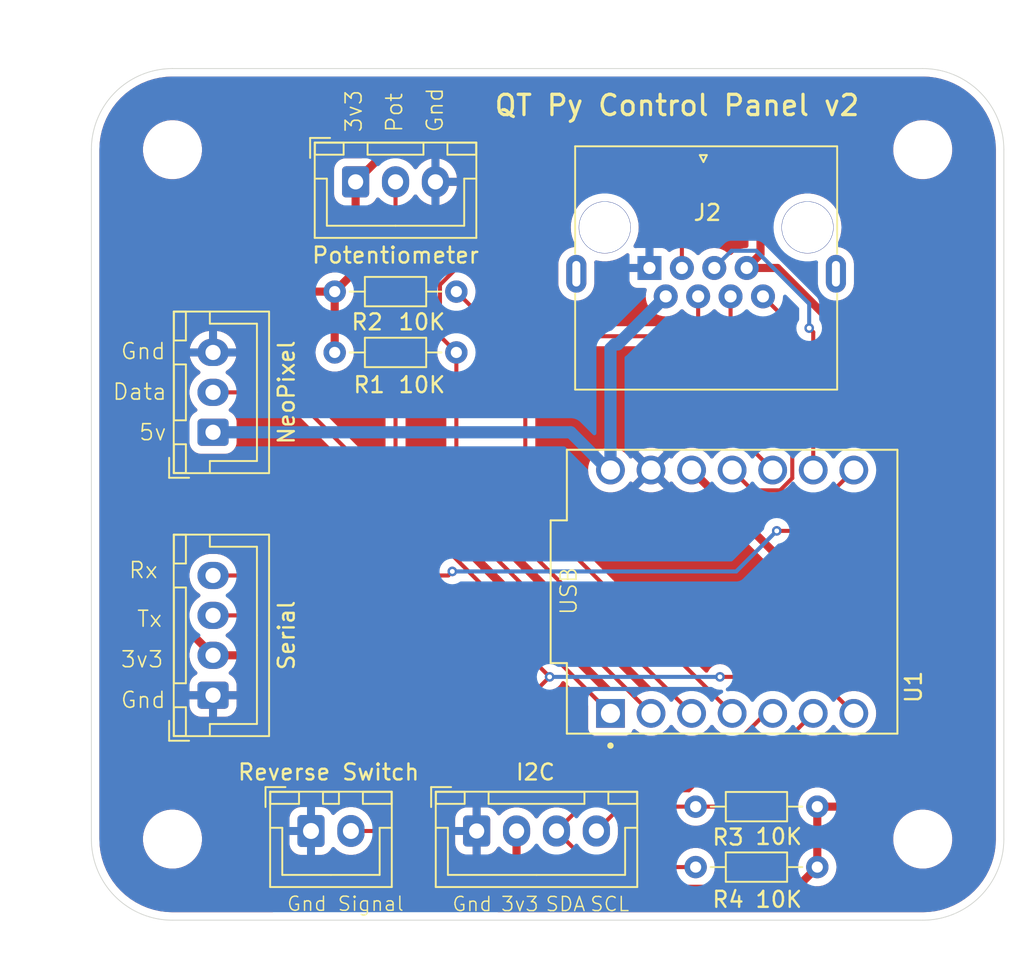
<source format=kicad_pcb>
(kicad_pcb (version 20240108) (generator "pcbnew") (generator_version "8.0")
  (layers (0 "F.Cu" signal) (31 "B.Cu" signal) (34 "B.Paste" user) (35 "F.Paste" user) (36 "B.SilkS" user "B.Silkscreen") (37 "F.SilkS" user "F.Silkscreen") (38 "B.Mask" user) (39 "F.Mask" user) (44 "Edge.Cuts" user))
  (net 0 "")
  (net 1 "Distance_Pot")
  (net 2 "GND")
  (net 3 "+3V3")
  (net 4 "+5V")
  (net 5 "JoyX")
  (net 6 "TX_REVERSE")
  (net 7 "RX")
  (net 8 "SCL")
  (net 9 "SDA")
  (net 10 "NeoPixel_Data")
  (net 11 "Sound1")
  (net 12 "ActiveSignal")
  (net 13 "JoyY")
  (net 14 "Sound2")
  (footprint "Connector_JST:JST_XH_B3B-XH-A_1x03_P2.50mm_Vertical" (layer "F.Cu") (at 143.51 93.9 90)
    (property "Reference" "J3" (hide yes))
    (property "Value" "NeoPixel" (at 2.5 4.6 90) (layer "F.SilkS"))
    (fp_line (start -1.6 -2.75) (end -2.85 -2.75) (stroke (width 0.12)) (layer "F.SilkS"))
    (fp_line (start -2.85 -2.75) (end -2.85 -1.5) (stroke (width 0.12)) (layer "F.SilkS"))
    (fp_line (start 7.56 -2.46) (end -2.56 -2.46) (stroke (width 0.12)) (layer "F.SilkS"))
    (fp_line (start -2.56 -2.46) (end -2.56 3.51) (stroke (width 0.12)) (layer "F.SilkS"))
    (fp_line (start 7.55 -2.45) (end 5.75 -2.45) (stroke (width 0.12)) (layer "F.SilkS"))
    (fp_line (start 5.75 -2.45) (end 5.75 -1.7) (stroke (width 0.12)) (layer "F.SilkS"))
    (fp_line (start 4.25 -2.45) (end 0.75 -2.45) (stroke (width 0.12)) (layer "F.SilkS"))
    (fp_line (start 0.75 -2.45) (end 0.75 -1.7) (stroke (width 0.12)) (layer "F.SilkS"))
    (fp_line (start -0.75 -2.45) (end -2.55 -2.45) (stroke (width 0.12)) (layer "F.SilkS"))
    (fp_line (start -2.55 -2.45) (end -2.55 -1.7) (stroke (width 0.12)) (layer "F.SilkS"))
    (fp_line (start 7.55 -1.7) (end 7.55 -2.45) (stroke (width 0.12)) (layer "F.SilkS"))
    (fp_line (start 5.75 -1.7) (end 7.55 -1.7) (stroke (width 0.12)) (layer "F.SilkS"))
    (fp_line (start 4.25 -1.7) (end 4.25 -2.45) (stroke (width 0.12)) (layer "F.SilkS"))
    (fp_line (start 0.75 -1.7) (end 4.25 -1.7) (stroke (width 0.12)) (layer "F.SilkS"))
    (fp_line (start -0.75 -1.7) (end -0.75 -2.45) (stroke (width 0.12)) (layer "F.SilkS"))
    (fp_line (start -2.55 -1.7) (end -0.75 -1.7) (stroke (width 0.12)) (layer "F.SilkS"))
    (fp_line (start 7.55 -0.2) (end 6.8 -0.2) (stroke (width 0.12)) (layer "F.SilkS"))
    (fp_line (start 6.8 -0.2) (end 6.8 2.75) (stroke (width 0.12)) (layer "F.SilkS"))
    (fp_line (start -1.8 -0.2) (end -1.8 2.75) (stroke (width 0.12)) (layer "F.SilkS"))
    (fp_line (start -2.55 -0.2) (end -1.8 -0.2) (stroke (width 0.12)) (layer "F.SilkS"))
    (fp_line (start 6.8 2.75) (end 2.5 2.75) (stroke (width 0.12)) (layer "F.SilkS"))
    (fp_line (start -1.8 2.75) (end 2.5 2.75) (stroke (width 0.12)) (layer "F.SilkS"))
    (fp_line (start 7.56 3.51) (end 7.56 -2.46) (stroke (width 0.12)) (layer "F.SilkS"))
    (fp_line (start -2.56 3.51) (end 7.56 3.51) (stroke (width 0.12)) (layer "F.SilkS"))
    (pad "1" thru_hole roundrect (at 0 0 90) (size 1.7 1.95) (drill 0.95) (layers "*.Cu" "*.Mask") (roundrect_rratio 0.147059) (net 4 "+5V"))
    (pad "2" thru_hole oval (at 2.5 0 90) (size 1.7 1.95) (drill 0.95) (layers "*.Cu" "*.Mask") (net 10 "NeoPixel_Data"))
    (pad "3" thru_hole oval (at 5 0 90) (size 1.7 1.95) (drill 0.95) (layers "*.Cu" "*.Mask") (net 2 "GND"))
  )
  (footprint "Footprints:MODULE_ADAFRUIT_QT_PY" (layer "F.Cu") (at 176.022 103.886 90)
    (property "Reference" "U1" (at -5.965 11.3636 90) (layer "F.SilkS"))
    (property "Value" "ADAFRUIT_QT_PY")
    (fp_line (start 4.47 -11.3665) (end 4.47 -10.3505) (stroke (width 0.127)) (layer "F.SilkS"))
    (fp_line (start -4.47 -11.3665) (end 4.47 -11.3665) (stroke (width 0.127)) (layer "F.SilkS"))
    (fp_line (start 8.89 -10.3505) (end 4.47 -10.3505) (stroke (width 0.127)) (layer "F.SilkS"))
    (fp_line (start -4.47 -10.3505) (end -4.47 -11.3665) (stroke (width 0.127)) (layer "F.SilkS"))
    (fp_line (start -4.47 -10.3505) (end -8.89 -10.3505) (stroke (width 0.127)) (layer "F.SilkS"))
    (fp_line (start -8.89 -10.3505) (end -8.89 10.3505) (stroke (width 0.127)) (layer "F.SilkS"))
    (fp_line (start 8.89 10.3505) (end 8.89 -10.3505) (stroke (width 0.127)) (layer "F.SilkS"))
    (fp_line (start -8.89 10.3505) (end 8.89 10.3505) (stroke (width 0.127)) (layer "F.SilkS"))
    (fp_circle (center -9.64 -7.62) (end -9.54 -7.62) (stroke (width 0.2)) (fill none) (layer "F.SilkS"))
    (pad "1" thru_hole rect (at -7.62 -7.62 90) (size 1.8 1.8) (drill 1.2) (layers "*.Cu" "*.Mask") (net 10 "NeoPixel_Data"))
    (pad "2" thru_hole circle (at -7.62 -5.08 90) (size 1.8 1.8) (drill 1.2) (layers "*.Cu" "*.Mask") (net 1 "Distance_Pot"))
    (pad "3" thru_hole circle (at -7.62 -2.54 90) (size 1.8 1.8) (drill 1.2) (layers "*.Cu" "*.Mask") (net 11 "Sound1"))
    (pad "4" thru_hole circle (at -7.62 0 90) (size 1.8 1.8) (drill 1.2) (layers "*.Cu" "*.Mask") (net 14 "Sound2"))
    (pad "5" thru_hole circle (at -7.62 2.54 90) (size 1.8 1.8) (drill 1.2) (layers "*.Cu" "*.Mask") (net 9 "SDA"))
    (pad "6" thru_hole circle (at -7.62 5.08 90) (size 1.8 1.8) (drill 1.2) (layers "*.Cu" "*.Mask") (net 8 "SCL"))
    (pad "7" thru_hole circle (at -7.62 7.62 90) (size 1.8 1.8) (drill 1.2) (layers "*.Cu" "*.Mask") (net 6 "TX_REVERSE"))
    (pad "8" thru_hole circle (at 7.62 7.62 90) (size 1.8 1.8) (drill 1.2) (layers "*.Cu" "*.Mask") (net 7 "RX"))
    (pad "9" thru_hole circle (at 7.62 5.08 90) (size 1.8 1.8) (drill 1.2) (layers "*.Cu" "*.Mask") (net 5 "JoyX"))
    (pad "10" thru_hole circle (at 7.62 2.54 90) (size 1.8 1.8) (drill 1.2) (layers "*.Cu" "*.Mask") (net 13 "JoyY"))
    (pad "11" thru_hole circle (at 7.62 0 90) (size 1.8 1.8) (drill 1.2) (layers "*.Cu" "*.Mask") (net 12 "ActiveSignal"))
    (pad "12" thru_hole circle (at 7.62 -2.54 90) (size 1.8 1.8) (drill 1.2) (layers "*.Cu" "*.Mask") (net 3 "+3V3"))
    (pad "13" thru_hole circle (at 7.62 -5.08 90) (size 1.8 1.8) (drill 1.2) (layers "*.Cu" "*.Mask") (net 2 "GND"))
    (pad "14" thru_hole circle (at 7.62 -7.62 90) (size 1.8 1.8) (drill 1.2) (layers "*.Cu" "*.Mask") (net 4 "+5V"))
  )
  (footprint "MountingHole:MountingHole_3.2mm_M3" (layer "F.Cu") (at 187.96 119.38)
    (property "Reference" "H4" (hide yes))
    (property "Value" "MountingHole")
    (pad "" np_thru_hole circle (at 0 0) (size 3.2 3.2) (drill 3.2) (layers "*.Cu" "*.Mask"))
  )
  (footprint "Resistor_THT:R_Axial_DIN0204_L3.6mm_D1.6mm_P7.62mm_Horizontal" (layer "F.Cu") (at 181.356 117.348 180)
    (property "Reference" "R3" (at 5.588 -1.92 0) (layer "F.SilkS"))
    (property "Value" "10K" (at 2.413 -1.88 0) (layer "F.SilkS"))
    (fp_line (start 6.68 0) (end 5.73 0) (stroke (width 0.12)) (layer "F.SilkS"))
    (fp_line (start 5.73 0.92) (end 5.73 -0.92) (stroke (width 0.12)) (layer "F.SilkS"))
    (fp_line (start 5.73 -0.92) (end 1.89 -0.92) (stroke (width 0.12)) (layer "F.SilkS"))
    (fp_line (start 1.89 0.92) (end 5.73 0.92) (stroke (width 0.12)) (layer "F.SilkS"))
    (fp_line (start 1.89 -0.92) (end 1.89 0.92) (stroke (width 0.12)) (layer "F.SilkS"))
    (fp_line (start 0.94 0) (end 1.89 0) (stroke (width 0.12)) (layer "F.SilkS"))
    (pad "1" thru_hole circle (at 0 0 180) (size 1.4 1.4) (drill 0.7) (layers "*.Cu" "*.Mask") (net 3 "+3V3"))
    (pad "2" thru_hole oval (at 7.62 0 180) (size 1.4 1.4) (drill 0.7) (layers "*.Cu" "*.Mask") (net 8 "SCL"))
  )
  (footprint "Resistor_THT:R_Axial_DIN0204_L3.6mm_D1.6mm_P7.62mm_Horizontal" (layer "F.Cu") (at 181.356 121.133 180)
    (property "Reference" "R4" (at 5.588 -2.032 0) (layer "F.SilkS"))
    (property "Value" "10K" (at 2.413 -2.032 0) (layer "F.SilkS"))
    (fp_line (start 6.68 0) (end 5.73 0) (stroke (width 0.12)) (layer "F.SilkS"))
    (fp_line (start 5.73 0.92) (end 5.73 -0.92) (stroke (width 0.12)) (layer "F.SilkS"))
    (fp_line (start 5.73 -0.92) (end 1.89 -0.92) (stroke (width 0.12)) (layer "F.SilkS"))
    (fp_line (start 1.89 0.92) (end 5.73 0.92) (stroke (width 0.12)) (layer "F.SilkS"))
    (fp_line (start 1.89 -0.92) (end 1.89 0.92) (stroke (width 0.12)) (layer "F.SilkS"))
    (fp_line (start 0.94 0) (end 1.89 0) (stroke (width 0.12)) (layer "F.SilkS"))
    (pad "1" thru_hole circle (at 0 0 180) (size 1.4 1.4) (drill 0.7) (layers "*.Cu" "*.Mask") (net 3 "+3V3"))
    (pad "2" thru_hole oval (at 7.62 0 180) (size 1.4 1.4) (drill 0.7) (layers "*.Cu" "*.Mask") (net 9 "SDA"))
  )
  (footprint "MountingHole:MountingHole_3.2mm_M3" (layer "F.Cu") (at 140.97 76.2)
    (property "Reference" "H1" (hide yes))
    (property "Value" "MountingHole")
    (pad "" np_thru_hole circle (at 0 0) (size 3.2 3.2) (drill 3.2) (layers "*.Cu" "*.Mask"))
  )
  (footprint "Connector_JST:JST_XH_B4B-XH-A_1x04_P2.50mm_Vertical" (layer "F.Cu") (at 143.51 110.37 90)
    (property "Reference" "J4" (hide yes))
    (property "Value" "Serial" (at 3.75 4.6 90) (layer "F.SilkS"))
    (fp_line (start -1.6 -2.75) (end -2.85 -2.75) (stroke (width 0.12)) (layer "F.SilkS"))
    (fp_line (start -2.85 -2.75) (end -2.85 -1.5) (stroke (width 0.12)) (layer "F.SilkS"))
    (fp_line (start 10.06 -2.46) (end -2.56 -2.46) (stroke (width 0.12)) (layer "F.SilkS"))
    (fp_line (start -2.56 -2.46) (end -2.56 3.51) (stroke (width 0.12)) (layer "F.SilkS"))
    (fp_line (start 10.05 -2.45) (end 8.25 -2.45) (stroke (width 0.12)) (layer "F.SilkS"))
    (fp_line (start 8.25 -2.45) (end 8.25 -1.7) (stroke (width 0.12)) (layer "F.SilkS"))
    (fp_line (start 6.75 -2.45) (end 0.75 -2.45) (stroke (width 0.12)) (layer "F.SilkS"))
    (fp_line (start 0.75 -2.45) (end 0.75 -1.7) (stroke (width 0.12)) (layer "F.SilkS"))
    (fp_line (start -0.75 -2.45) (end -2.55 -2.45) (stroke (width 0.12)) (layer "F.SilkS"))
    (fp_line (start -2.55 -2.45) (end -2.55 -1.7) (stroke (width 0.12)) (layer "F.SilkS"))
    (fp_line (start 10.05 -1.7) (end 10.05 -2.45) (stroke (width 0.12)) (layer "F.SilkS"))
    (fp_line (start 8.25 -1.7) (end 10.05 -1.7) (stroke (width 0.12)) (layer "F.SilkS"))
    (fp_line (start 6.75 -1.7) (end 6.75 -2.45) (stroke (width 0.12)) (layer "F.SilkS"))
    (fp_line (start 0.75 -1.7) (end 6.75 -1.7) (stroke (width 0.12)) (layer "F.SilkS"))
    (fp_line (start -0.75 -1.7) (end -0.75 -2.45) (stroke (width 0.12)) (layer "F.SilkS"))
    (fp_line (start -2.55 -1.7) (end -0.75 -1.7) (stroke (width 0.12)) (layer "F.SilkS"))
    (fp_line (start 10.05 -0.2) (end 9.3 -0.2) (stroke (width 0.12)) (layer "F.SilkS"))
    (fp_line (start 9.3 -0.2) (end 9.3 2.75) (stroke (width 0.12)) (layer "F.SilkS"))
    (fp_line (start -1.8 -0.2) (end -1.8 2.75) (stroke (width 0.12)) (layer "F.SilkS"))
    (fp_line (start -2.55 -0.2) (end -1.8 -0.2) (stroke (width 0.12)) (layer "F.SilkS"))
    (fp_line (start 9.3 2.75) (end 3.75 2.75) (stroke (width 0.12)) (layer "F.SilkS"))
    (fp_line (start -1.8 2.75) (end 3.75 2.75) (stroke (width 0.12)) (layer "F.SilkS"))
    (fp_line (start 10.06 3.51) (end 10.06 -2.46) (stroke (width 0.12)) (layer "F.SilkS"))
    (fp_line (start -2.56 3.51) (end 10.06 3.51) (stroke (width 0.12)) (layer "F.SilkS"))
    (pad "1" thru_hole roundrect (at 0 0 90) (size 1.7 1.95) (drill 0.95) (layers "*.Cu" "*.Mask") (roundrect_rratio 0.147059) (net 2 "GND"))
    (pad "2" thru_hole oval (at 2.5 0 90) (size 1.7 1.95) (drill 0.95) (layers "*.Cu" "*.Mask") (net 3 "+3V3"))
    (pad "3" thru_hole oval (at 5 0 90) (size 1.7 1.95) (drill 0.95) (layers "*.Cu" "*.Mask") (net 6 "TX_REVERSE"))
    (pad "4" thru_hole oval (at 7.5 0 90) (size 1.7 1.95) (drill 0.95) (layers "*.Cu" "*.Mask") (net 7 "RX"))
  )
  (footprint "Footprints:RJ45_x08_Tab_Up" (layer "F.Cu") (at 174.625 80.01 180)
    (property "Reference" "J2" (at 0.1524 -0.13208 0) (layer "F.SilkS"))
    (property "Value" "8P8C")
    (fp_line (start 8.43694 -2.71018) (end 8.43506 4.02082) (stroke (width 0.12)) (layer "F.SilkS"))
    (fp_line (start 8.43506 -11.21918) (end 8.43506 -5.207) (stroke (width 0.12)) (layer "F.SilkS"))
    (fp_line (start 0.62738 3.46964) (end 0.40132 3.03784) (stroke (width 0.12)) (layer "F.SilkS"))
    (fp_line (start 0.40132 3.03784) (end 0.18796 3.46964) (stroke (width 0.12)) (layer "F.SilkS"))
    (fp_line (start 0.18796 3.46964) (end 0.62738 3.46964) (stroke (width 0.12)) (layer "F.SilkS"))
    (fp_line (start -7.97306 -2.71018) (end -7.97494 4.02082) (stroke (width 0.12)) (layer "F.SilkS"))
    (fp_line (start -7.97494 4.02082) (end 8.43506 4.02082) (stroke (width 0.12)) (layer "F.SilkS"))
    (fp_line (start -7.97494 -11.21918) (end 8.43506 -11.21918) (stroke (width 0.12)) (layer "F.SilkS"))
    (fp_line (start -7.97494 -11.21918) (end -7.97494 -5.207) (stroke (width 0.12)) (layer "F.SilkS"))
    (pad "" np_thru_hole circle (at -6.11832 -1.05918) (size 3.25 3.25) (drill 3.2) (layers "*.Cu" "*.Mask"))
    (pad "" np_thru_hole circle (at 6.58168 -1.05918) (size 3.25 3.25) (drill 3.200001) (layers "*.Cu" "*.Mask"))
    (pad "1" thru_hole rect (at 3.78098 -3.59918 180) (size 1.5 1.5) (drill 0.76) (layers "*.Cu" "*.Mask") (net 2 "GND"))
    (pad "2" thru_hole circle (at 2.76098 -5.37918 180) (size 1.5 1.5) (drill 0.76) (layers "*.Cu" "*.Mask") (net 4 "+5V"))
    (pad "3" thru_hole circle (at 1.75098 -3.59918 180) (size 1.5 1.5) (drill 0.76) (layers "*.Cu" "*.Mask") (net 11 "Sound1"))
    (pad "4" thru_hole circle (at 0.73098 -5.37918 180) (size 1.5 1.5) (drill 0.76) (layers "*.Cu" "*.Mask") (net 14 "Sound2"))
    (pad "5" thru_hole circle (at -0.27902 -3.59918 180) (size 1.5 1.5) (drill 0.76) (layers "*.Cu" "*.Mask") (net 5 "JoyX"))
    (pad "6" thru_hole circle (at -1.29902 -5.37918 180) (size 1.5 1.5) (drill 0.76) (layers "*.Cu" "*.Mask") (net 13 "JoyY"))
    (pad "7" thru_hole circle (at -2.30902 -3.59918 180) (size 1.5 1.5) (drill 0.76) (layers "*.Cu" "*.Mask") (net 3 "+3V3"))
    (pad "8" thru_hole circle (at -3.32902 -5.37918 180) (size 1.5 1.5) (drill 0.76) (layers "*.Cu" "*.Mask") (net 12 "ActiveSignal"))
    (pad "9" thru_hole oval (at -7.89832 -3.96113) (size 1.259 2.362) (drill oval 0.5 1.6) (layers "*.Cu" "*.Mask"))
    (pad "10" thru_hole oval (at 8.36168 -3.96113) (size 1.259 2.362) (drill oval 0.5 1.6) (layers "*.Cu" "*.Mask"))
  )
  (footprint "Resistor_THT:R_Axial_DIN0204_L3.6mm_D1.6mm_P7.62mm_Horizontal" (layer "F.Cu") (at 158.75 85.09 180)
    (property "Reference" "R2" (at 5.588 -1.905 0) (layer "F.SilkS"))
    (property "Value" "10K" (at 2.159 -1.905 0) (layer "F.SilkS"))
    (fp_line (start 6.68 0) (end 5.73 0) (stroke (width 0.12)) (layer "F.SilkS"))
    (fp_line (start 5.73 0.92) (end 5.73 -0.92) (stroke (width 0.12)) (layer "F.SilkS"))
    (fp_line (start 5.73 -0.92) (end 1.89 -0.92) (stroke (width 0.12)) (layer "F.SilkS"))
    (fp_line (start 1.89 0.92) (end 5.73 0.92) (stroke (width 0.12)) (layer "F.SilkS"))
    (fp_line (start 1.89 -0.92) (end 1.89 0.92) (stroke (width 0.12)) (layer "F.SilkS"))
    (fp_line (start 0.94 0) (end 1.89 0) (stroke (width 0.12)) (layer "F.SilkS"))
    (pad "1" thru_hole circle (at 0 0 180) (size 1.4 1.4) (drill 0.7) (layers "*.Cu" "*.Mask") (net 14 "Sound2"))
    (pad "2" thru_hole oval (at 7.62 0 180) (size 1.4 1.4) (drill 0.7) (layers "*.Cu" "*.Mask") (net 3 "+3V3"))
  )
  (footprint "MountingHole:MountingHole_3.2mm_M3" (layer "F.Cu") (at 140.97 119.38 90)
    (property "Reference" "H3" (hide yes))
    (property "Value" "MountingHole")
    (pad "" np_thru_hole circle (at 0 0 90) (size 3.2 3.2) (drill 3.2) (layers "*.Cu" "*.Mask"))
  )
  (footprint "Connector_JST:JST_XH_B2B-XH-A_1x02_P2.50mm_Vertical" (layer "F.Cu") (at 149.646 118.872)
    (property "Reference" "J6" (hide yes))
    (property "Value" "Reverse Switch" (at 1.103 -3.683 0) (layer "F.SilkS"))
    (fp_line (start -2.85 -2.75) (end -2.85 -1.5) (stroke (width 0.12)) (layer "F.SilkS"))
    (fp_line (start -2.56 -2.46) (end -2.56 3.51) (stroke (width 0.12)) (layer "F.SilkS"))
    (fp_line (start -2.56 3.51) (end 5.06 3.51) (stroke (width 0.12)) (layer "F.SilkS"))
    (fp_line (start -2.55 -2.45) (end -2.55 -1.7) (stroke (width 0.12)) (layer "F.SilkS"))
    (fp_line (start -2.55 -1.7) (end -0.75 -1.7) (stroke (width 0.12)) (layer "F.SilkS"))
    (fp_line (start -2.55 -0.2) (end -1.8 -0.2) (stroke (width 0.12)) (layer "F.SilkS"))
    (fp_line (start -1.8 -0.2) (end -1.8 2.75) (stroke (width 0.12)) (layer "F.SilkS"))
    (fp_line (start -1.8 2.75) (end 1.25 2.75) (stroke (width 0.12)) (layer "F.SilkS"))
    (fp_line (start -1.6 -2.75) (end -2.85 -2.75) (stroke (width 0.12)) (layer "F.SilkS"))
    (fp_line (start -0.75 -2.45) (end -2.55 -2.45) (stroke (width 0.12)) (layer "F.SilkS"))
    (fp_line (start -0.75 -1.7) (end -0.75 -2.45) (stroke (width 0.12)) (layer "F.SilkS"))
    (fp_line (start 0.75 -2.45) (end 0.75 -1.7) (stroke (width 0.12)) (layer "F.SilkS"))
    (fp_line (start 0.75 -1.7) (end 1.75 -1.7) (stroke (width 0.12)) (layer "F.SilkS"))
    (fp_line (start 1.75 -2.45) (end 0.75 -2.45) (stroke (width 0.12)) (layer "F.SilkS"))
    (fp_line (start 1.75 -1.7) (end 1.75 -2.45) (stroke (width 0.12)) (layer "F.SilkS"))
    (fp_line (start 3.25 -2.45) (end 3.25 -1.7) (stroke (width 0.12)) (layer "F.SilkS"))
    (fp_line (start 3.25 -1.7) (end 5.05 -1.7) (stroke (width 0.12)) (layer "F.SilkS"))
    (fp_line (start 4.3 -0.2) (end 4.3 2.75) (stroke (width 0.12)) (layer "F.SilkS"))
    (fp_line (start 4.3 2.75) (end 1.25 2.75) (stroke (width 0.12)) (layer "F.SilkS"))
    (fp_line (start 5.05 -2.45) (end 3.25 -2.45) (stroke (width 0.12)) (layer "F.SilkS"))
    (fp_line (start 5.05 -1.7) (end 5.05 -2.45) (stroke (width 0.12)) (layer "F.SilkS"))
    (fp_line (start 5.05 -0.2) (end 4.3 -0.2) (stroke (width 0.12)) (layer "F.SilkS"))
    (fp_line (start 5.06 -2.46) (end -2.56 -2.46) (stroke (width 0.12)) (layer "F.SilkS"))
    (fp_line (start 5.06 3.51) (end 5.06 -2.46) (stroke (width 0.12)) (layer "F.SilkS"))
    (pad "1" thru_hole roundrect (at 0 0) (size 1.7 2) (drill 1) (layers "*.Cu" "*.Mask") (roundrect_rratio 0.147059) (net 2 "GND"))
    (pad "2" thru_hole oval (at 2.5 0) (size 1.7 2) (drill 1) (layers "*.Cu" "*.Mask") (net 6 "TX_REVERSE"))
  )
  (footprint "Connector_JST:JST_XH_B3B-XH-A_1x03_P2.50mm_Vertical" (layer "F.Cu") (at 152.44 78.215)
    (property "Reference" "J1" (hide yes))
    (property "Value" "Potentiometer" (at 2.5 4.6 0) (layer "F.SilkS"))
    (fp_line (start -2.85 -2.75) (end -2.85 -1.5) (stroke (width 0.12)) (layer "F.SilkS"))
    (fp_line (start -2.56 -2.46) (end -2.56 3.51) (stroke (width 0.12)) (layer "F.SilkS"))
    (fp_line (start -2.56 3.51) (end 7.56 3.51) (stroke (width 0.12)) (layer "F.SilkS"))
    (fp_line (start -2.55 -2.45) (end -2.55 -1.7) (stroke (width 0.12)) (layer "F.SilkS"))
    (fp_line (start -2.55 -1.7) (end -0.75 -1.7) (stroke (width 0.12)) (layer "F.SilkS"))
    (fp_line (start -2.55 -0.2) (end -1.8 -0.2) (stroke (width 0.12)) (layer "F.SilkS"))
    (fp_line (start -1.8 -0.2) (end -1.8 2.75) (stroke (width 0.12)) (layer "F.SilkS"))
    (fp_line (start -1.8 2.75) (end 2.5 2.75) (stroke (width 0.12)) (layer "F.SilkS"))
    (fp_line (start -1.6 -2.75) (end -2.85 -2.75) (stroke (width 0.12)) (layer "F.SilkS"))
    (fp_line (start -0.75 -2.45) (end -2.55 -2.45) (stroke (width 0.12)) (layer "F.SilkS"))
    (fp_line (start -0.75 -1.7) (end -0.75 -2.45) (stroke (width 0.12)) (layer "F.SilkS"))
    (fp_line (start 0.75 -2.45) (end 0.75 -1.7) (stroke (width 0.12)) (layer "F.SilkS"))
    (fp_line (start 0.75 -1.7) (end 4.25 -1.7) (stroke (width 0.12)) (layer "F.SilkS"))
    (fp_line (start 4.25 -2.45) (end 0.75 -2.45) (stroke (width 0.12)) (layer "F.SilkS"))
    (fp_line (start 4.25 -1.7) (end 4.25 -2.45) (stroke (width 0.12)) (layer "F.SilkS"))
    (fp_line (start 5.75 -2.45) (end 5.75 -1.7) (stroke (width 0.12)) (layer "F.SilkS"))
    (fp_line (start 5.75 -1.7) (end 7.55 -1.7) (stroke (width 0.12)) (layer "F.SilkS"))
    (fp_line (start 6.8 -0.2) (end 6.8 2.75) (stroke (width 0.12)) (layer "F.SilkS"))
    (fp_line (start 6.8 2.75) (end 2.5 2.75) (stroke (width 0.12)) (layer "F.SilkS"))
    (fp_line (start 7.55 -2.45) (end 5.75 -2.45) (stroke (width 0.12)) (layer "F.SilkS"))
    (fp_line (start 7.55 -1.7) (end 7.55 -2.45) (stroke (width 0.12)) (layer "F.SilkS"))
    (fp_line (start 7.55 -0.2) (end 6.8 -0.2) (stroke (width 0.12)) (layer "F.SilkS"))
    (fp_line (start 7.56 -2.46) (end -2.56 -2.46) (stroke (width 0.12)) (layer "F.SilkS"))
    (fp_line (start 7.56 3.51) (end 7.56 -2.46) (stroke (width 0.12)) (layer "F.SilkS"))
    (pad "1" thru_hole roundrect (at 0 0) (size 1.7 1.95) (drill 0.95) (layers "*.Cu" "*.Mask") (roundrect_rratio 0.147059) (net 3 "+3V3"))
    (pad "2" thru_hole oval (at 2.5 0) (size 1.7 1.95) (drill 0.95) (layers "*.Cu" "*.Mask") (net 1 "Distance_Pot"))
    (pad "3" thru_hole oval (at 5 0) (size 1.7 1.95) (drill 0.95) (layers "*.Cu" "*.Mask") (net 2 "GND"))
  )
  (footprint "Resistor_THT:R_Axial_DIN0204_L3.6mm_D1.6mm_P7.62mm_Horizontal" (layer "F.Cu") (at 158.75 88.9 180)
    (property "Reference" "R1" (at 5.461 -2.032 0) (layer "F.SilkS"))
    (property "Value" "10K" (at 2.159 -2.032 0) (layer "F.SilkS"))
    (fp_line (start 6.68 0) (end 5.73 0) (stroke (width 0.12)) (layer "F.SilkS"))
    (fp_line (start 5.73 0.92) (end 5.73 -0.92) (stroke (width 0.12)) (layer "F.SilkS"))
    (fp_line (start 5.73 -0.92) (end 1.89 -0.92) (stroke (width 0.12)) (layer "F.SilkS"))
    (fp_line (start 1.89 0.92) (end 5.73 0.92) (stroke (width 0.12)) (layer "F.SilkS"))
    (fp_line (start 1.89 -0.92) (end 1.89 0.92) (stroke (width 0.12)) (layer "F.SilkS"))
    (fp_line (start 0.94 0) (end 1.89 0) (stroke (width 0.12)) (layer "F.SilkS"))
    (pad "1" thru_hole circle (at 0 0 180) (size 1.4 1.4) (drill 0.7) (layers "*.Cu" "*.Mask") (net 11 "Sound1"))
    (pad "2" thru_hole oval (at 7.62 0 180) (size 1.4 1.4) (drill 0.7) (layers "*.Cu" "*.Mask") (net 3 "+3V3"))
  )
  (footprint "Connector_JST:JST_XH_B4B-XH-A_1x04_P2.50mm_Vertical" (layer "F.Cu") (at 160.02 118.872)
    (property "Reference" "J5" (hide yes))
    (property "Value" "I2C" (at 3.683 -3.683 0) (layer "F.SilkS"))
    (fp_line (start -2.85 -2.75) (end -2.85 -1.5) (stroke (width 0.12)) (layer "F.SilkS"))
    (fp_line (start -2.56 -2.46) (end -2.56 3.51) (stroke (width 0.12)) (layer "F.SilkS"))
    (fp_line (start -2.56 3.51) (end 10.06 3.51) (stroke (width 0.12)) (layer "F.SilkS"))
    (fp_line (start -2.55 -2.45) (end -2.55 -1.7) (stroke (width 0.12)) (layer "F.SilkS"))
    (fp_line (start -2.55 -1.7) (end -0.75 -1.7) (stroke (width 0.12)) (layer "F.SilkS"))
    (fp_line (start -2.55 -0.2) (end -1.8 -0.2) (stroke (width 0.12)) (layer "F.SilkS"))
    (fp_line (start -1.8 -0.2) (end -1.8 2.75) (stroke (width 0.12)) (layer "F.SilkS"))
    (fp_line (start -1.8 2.75) (end 3.75 2.75) (stroke (width 0.12)) (layer "F.SilkS"))
    (fp_line (start -1.6 -2.75) (end -2.85 -2.75) (stroke (width 0.12)) (layer "F.SilkS"))
    (fp_line (start -0.75 -2.45) (end -2.55 -2.45) (stroke (width 0.12)) (layer "F.SilkS"))
    (fp_line (start -0.75 -1.7) (end -0.75 -2.45) (stroke (width 0.12)) (layer "F.SilkS"))
    (fp_line (start 0.75 -2.45) (end 0.75 -1.7) (stroke (width 0.12)) (layer "F.SilkS"))
    (fp_line (start 0.75 -1.7) (end 6.75 -1.7) (stroke (width 0.12)) (layer "F.SilkS"))
    (fp_line (start 6.75 -2.45) (end 0.75 -2.45) (stroke (width 0.12)) (layer "F.SilkS"))
    (fp_line (start 6.75 -1.7) (end 6.75 -2.45) (stroke (width 0.12)) (layer "F.SilkS"))
    (fp_line (start 8.25 -2.45) (end 8.25 -1.7) (stroke (width 0.12)) (layer "F.SilkS"))
    (fp_line (start 8.25 -1.7) (end 10.05 -1.7) (stroke (width 0.12)) (layer "F.SilkS"))
    (fp_line (start 9.3 -0.2) (end 9.3 2.75) (stroke (width 0.12)) (layer "F.SilkS"))
    (fp_line (start 9.3 2.75) (end 3.75 2.75) (stroke (width 0.12)) (layer "F.SilkS"))
    (fp_line (start 10.05 -2.45) (end 8.25 -2.45) (stroke (width 0.12)) (layer "F.SilkS"))
    (fp_line (start 10.05 -1.7) (end 10.05 -2.45) (stroke (width 0.12)) (layer "F.SilkS"))
    (fp_line (start 10.05 -0.2) (end 9.3 -0.2) (stroke (width 0.12)) (layer "F.SilkS"))
    (fp_line (start 10.06 -2.46) (end -2.56 -2.46) (stroke (width 0.12)) (layer "F.SilkS"))
    (fp_line (start 10.06 3.51) (end 10.06 -2.46) (stroke (width 0.12)) (layer "F.SilkS"))
    (pad "1" thru_hole roundrect (at 0 0) (size 1.7 1.95) (drill 0.95) (layers "*.Cu" "*.Mask") (roundrect_rratio 0.147059) (net 2 "GND"))
    (pad "2" thru_hole oval (at 2.5 0) (size 1.7 1.95) (drill 0.95) (layers "*.Cu" "*.Mask") (net 3 "+3V3"))
    (pad "3" thru_hole oval (at 5 0) (size 1.7 1.95) (drill 0.95) (layers "*.Cu" "*.Mask") (net 9 "SDA"))
    (pad "4" thru_hole oval (at 7.5 0) (size 1.7 1.95) (drill 0.95) (layers "*.Cu" "*.Mask") (net 8 "SCL"))
  )
  (footprint "MountingHole:MountingHole_3.2mm_M3" (layer "F.Cu") (at 187.96 76.2)
    (property "Reference" "H2" (hide yes))
    (property "Value" "MountingHole")
    (pad "" np_thru_hole circle (at 0 0) (size 3.2 3.2) (drill 3.2) (layers "*.Cu" "*.Mask"))
  )
  (gr_arc (start 135.89 76.2) (mid 137.377898 72.607898) (end 140.97 71.12) (stroke (width 0.05)) (layer "Edge.Cuts"))
  (gr_line (start 187.96 124.46) (end 140.97 124.46) (stroke (width 0.05)) (layer "Edge.Cuts"))
  (gr_arc (start 193.04 119.38) (mid 191.552102 122.972102) (end 187.96 124.46) (stroke (width 0.05)) (layer "Edge.Cuts"))
  (gr_arc (start 140.97 124.46) (mid 137.377898 122.972102) (end 135.89 119.38) (stroke (width 0.05)) (layer "Edge.Cuts"))
  (gr_arc (start 187.96 71.12) (mid 191.552102 72.607898) (end 193.04 76.2) (stroke (width 0.05)) (layer "Edge.Cuts"))
  (gr_line (start 140.97 71.12) (end 187.96 71.12) (stroke (width 0.05)) (layer "Edge.Cuts"))
  (gr_line (start 135.89 119.38) (end 135.89 76.2) (stroke (width 0.05)) (layer "Edge.Cuts"))
  (gr_line (start 193.04 76.2) (end 193.04 119.38) (stroke (width 0.05)) (layer "Edge.Cuts"))
  (gr_text "3v3" (at 137.668 108.712 0) (layer "F.SilkS") (effects (font (size 1 1) (thickness 0.1)) (justify left bottom)))
  (gr_text "Gnd" (at 137.668 89.408 0) (layer "F.SilkS") (effects (font (size 1 1) (thickness 0.1)) (justify left bottom)))
  (gr_text "Gnd" (at 148.082 123.952 0) (layer "F.SilkS") (effects (font (size 0.889 0.889) (thickness 0.0889)) (justify left bottom)))
  (gr_text "Tx" (at 138.684 106.172 0) (layer "F.SilkS") (effects (font (size 1 1) (thickness 0.1)) (justify left bottom)))
  (gr_text "SDA" (at 164.278 123.969 0) (layer "F.SilkS") (effects (font (size 0.889 0.889) (thickness 0.0889)) (justify left bottom)))
  (gr_text "3v3" (at 152.908 75.184 90) (layer "F.SilkS") (effects (font (size 1 1) (thickness 0.1)) (justify left bottom)))
  (gr_text "Rx" (at 138.176 103.124 0) (layer "F.SilkS") (effects (font (size 1 1) (thickness 0.1)) (justify left bottom)))
  (gr_text "QT Py Control Panel v2" (at 161.036 74.168 0) (layer "F.SilkS") (effects (font (size 1.27 1.27) (thickness 0.2032)) (justify left bottom)))
  (gr_text "Data" (at 137.16 91.948 0) (layer "F.SilkS") (effects (font (size 1 1) (thickness 0.1)) (justify left bottom)))
  (gr_text "Signal" (at 151.257 123.952 0) (layer "F.SilkS") (effects (font (size 0.889 0.889) (thickness 0.0889)) (justify left bottom)))
  (gr_text "3v3" (at 161.484 123.969 0) (layer "F.SilkS") (effects (font (size 0.889 0.889) (thickness 0.0889)) (justify left bottom)))
  (gr_text "Gnd" (at 137.668 111.252 0) (layer "F.SilkS") (effects (font (size 1 1) (thickness 0.1)) (justify left bottom)))
  (gr_text "Pot" (at 155.448 75.184 90) (layer "F.SilkS") (effects (font (size 1 1) (thickness 0.1)) (justify left bottom)))
  (gr_text "5v" (at 138.811 94.488 0) (layer "F.SilkS") (effects (font (size 1 1) (thickness 0.1)) (justify left bottom)))
  (gr_text "SCL" (at 167.072 123.969 0) (layer "F.SilkS") (effects (font (size 0.889 0.889) (thickness 0.0889)) (justify left bottom)))
  (gr_text "Gnd" (at 157.988 75.184 90) (layer "F.SilkS") (effects (font (size 1 1) (thickness 0.1)) (justify left bottom)))
  (gr_text "Gnd" (at 158.436 123.969 0) (layer "F.SilkS") (effects (font (size 0.889 0.889) (thickness 0.0889)) (justify left bottom)))
  (gr_text "USB" (at 166.37 105.41 90) (layer "F.SilkS") (effects (font (size 1 1) (thickness 0.1)) (justify left bottom)))
  (segment (start 154.94 95.504) (end 154.94 78.215) (width 0.254) (layer "F.Cu") (net 1))
  (segment (start 170.942 111.506) (end 154.94 95.504) (width 0.254) (layer "F.Cu") (net 1))
  (segment (start 186.309 113.919) (end 182.88 117.348) (width 0.508) (layer "F.Cu") (net 3))
  (segment (start 186.309 109.093) (end 186.309 113.919) (width 0.508) (layer "F.Cu") (net 3))
  (segment (start 182.88 117.348) (end 181.356 117.348) (width 0.508) (layer "F.Cu") (net 3))
  (segment (start 176.93402 83.60918) (end 178.85918 83.60918) (width 0.508) (layer "F.Cu") (net 3))
  (segment (start 142.24 85.09) (end 140.97 86.36) (width 0.508) (layer "F.Cu") (net 3))
  (segment (start 161.4805 122.4915) (end 162.52 121.452) (width 0.508) (layer "F.Cu") (net 3))
  (segment (start 152.44 83.78) (end 152.44 78.215) (width 0.508) (layer "F.Cu") (net 3))
  (segment (start 145.462 107.87) (end 146.812 109.22) (width 0.508) (layer "F.Cu") (net 3))
  (segment (start 151.13 85.09) (end 142.24 85.09) (width 0.508) (layer "F.Cu") (net 3))
  (segment (start 151.13 85.09) (end 152.44 83.78) (width 0.508) (layer "F.Cu") (net 3))
  (segment (start 181.356 117.348) (end 181.356 121.133) (width 0.508) (layer "F.Cu") (net 3))
  (segment (start 146.812 109.22) (end 146.812 122.174) (width 0.508) (layer "F.Cu") (net 3))
  (segment (start 173.482 96.266) (end 181.483 104.267) (width 0.508) (layer "F.Cu") (net 3))
  (segment (start 151.13 88.9) (end 151.13 85.09) (width 0.508) (layer "F.Cu") (net 3))
  (segment (start 178.85918 83.60918) (end 187.96 92.71) (width 0.508) (layer "F.Cu") (net 3))
  (segment (start 181.483 104.267) (end 186.309 109.093) (width 0.508) (layer "F.Cu") (net 3))
  (segment (start 139.7 92.71) (end 139.7 104.06) (width 0.508) (layer "F.Cu") (net 3))
  (segment (start 140.97 86.36) (end 140.97 91.44) (width 0.508) (layer "F.Cu") (net 3))
  (segment (start 155.725 74.93) (end 173.99 74.93) (width 0.508) (layer "F.Cu") (net 3))
  (segment (start 173.99 74.93) (end 177.8 78.74) (width 0.508) (layer "F.Cu") (net 3))
  (segment (start 147.828 123.19) (end 160.782 123.19) (width 0.508) (layer "F.Cu") (net 3))
  (segment (start 187.96 97.79) (end 181.483 104.267) (width 0.508) (layer "F.Cu") (net 3))
  (segment (start 162.52 121.452) (end 162.52 118.872) (width 0.508) (layer "F.Cu") (net 3))
  (segment (start 152.44 78.215) (end 155.725 74.93) (width 0.508) (layer "F.Cu") (net 3))
  (segment (start 179.9975 122.4915) (end 161.4805 122.4915) (width 0.508) (layer "F.Cu") (net 3))
  (segment (start 139.7 104.06) (end 143.51 107.87) (width 0.508) (layer "F.Cu") (net 3))
  (segment (start 177.8 78.74) (end 177.8 82.7432) (width 0.508) (layer "F.Cu") (net 3))
  (segment (start 187.96 92.71) (end 187.96 97.79) (width 0.508) (layer "F.Cu") (net 3))
  (segment (start 140.97 91.44) (end 139.7 92.71) (width 0.508) (layer "F.Cu") (net 3))
  (segment (start 143.51 107.87) (end 145.462 107.87) (width 0.508) (layer "F.Cu") (net 3))
  (segment (start 146.812 122.174) (end 147.828 123.19) (width 0.508) (layer "F.Cu") (net 3))
  (segment (start 181.356 121.133) (end 179.9975 122.4915) (width 0.508) (layer "F.Cu") (net 3))
  (segment (start 177.8 82.7432) (end 176.93402 83.60918) (width 0.508) (layer "F.Cu") (net 3))
  (segment (start 160.782 123.19) (end 161.4805 122.4915) (width 0.508) (layer "F.Cu") (net 3))
  (segment (start 168.402 96.266) (end 168.275 96.266) (width 0.762) (layer "B.Cu") (net 4))
  (segment (start 165.909 93.9) (end 143.51 93.9) (width 0.762) (layer "B.Cu") (net 4))
  (segment (start 168.656 88.392) (end 168.8612 88.392) (width 0.762) (layer "B.Cu") (net 4))
  (segment (start 168.402 96.266) (end 168.402 88.646) (width 0.762) (layer "B.Cu") (net 4))
  (segment (start 168.275 96.266) (end 165.909 93.9) (width 0.762) (layer "B.Cu") (net 4))
  (segment (start 168.402 88.646) (end 168.656 88.392) (width 0.762) (layer "B.Cu") (net 4))
  (segment (start 168.8612 88.392) (end 171.86402 85.38918) (width 0.762) (layer "B.Cu") (net 4))
  (segment (start 180.848 87.376) (end 181.102 87.63) (width 0.254) (layer "F.Cu") (net 5))
  (segment (start 181.102 87.63) (end 181.102 96.266) (width 0.254) (layer "F.Cu") (net 5))
  (via (at 180.848 87.376) (size 0.6) (drill 0.3) (layers "F.Cu" "B.Cu") (net 5))
  (segment (start 177.52818 82.53218) (end 180.848 85.852) (width 0.254) (layer "B.Cu") (net 5))
  (segment (start 174.90402 83.60918) (end 175.98102 82.53218) (width 0.254) (layer "B.Cu") (net 5))
  (segment (start 175.98102 82.53218) (end 177.52818 82.53218) (width 0.254) (layer "B.Cu") (net 5))
  (segment (start 180.848 85.852) (end 180.848 87.376) (width 0.254) (layer "B.Cu") (net 5))
  (segment (start 160.742 105.37) (end 164.592 109.22) (width 0.254) (layer "F.Cu") (net 6))
  (segment (start 154.94 118.872) (end 152.146 118.872) (width 0.254) (layer "F.Cu") (net 6))
  (segment (start 143.51 105.37) (end 160.742 105.37) (width 0.254) (layer "F.Cu") (net 6))
  (segment (start 164.592 109.22) (end 154.94 118.872) (width 0.254) (layer "F.Cu") (net 6))
  (segment (start 181.356 109.22) (end 183.642 111.506) (width 0.254) (layer "F.Cu") (net 6))
  (segment (start 175.26 109.22) (end 181.356 109.22) (width 0.254) (layer "F.Cu") (net 6))
  (via (at 164.592 109.22) (size 0.6) (drill 0.3) (layers "F.Cu" "B.Cu") (net 6))
  (via (at 175.26 109.22) (size 0.6) (drill 0.3) (layers "F.Cu" "B.Cu") (net 6))
  (segment (start 164.592 109.22) (end 175.26 109.22) (width 0.254) (layer "B.Cu") (net 6))
  (segment (start 179.832 100.076) (end 183.642 96.266) (width 0.254) (layer "F.Cu") (net 7))
  (segment (start 143.51 102.87) (end 158.242 102.87) (width 0.254) (layer "F.Cu") (net 7))
  (segment (start 158.242 102.87) (end 158.496 102.616) (width 0.254) (layer "F.Cu") (net 7))
  (segment (start 178.816 100.076) (end 179.832 100.076) (width 0.254) (layer "F.Cu") (net 7))
  (via (at 178.816 100.076) (size 0.6) (drill 0.3) (layers "F.Cu" "B.Cu") (net 7))
  (via (at 158.496 102.616) (size 0.6) (drill 0.3) (layers "F.Cu" "B.Cu") (net 7))
  (segment (start 158.496 102.616) (end 176.276 102.616) (width 0.254) (layer "B.Cu") (net 7))
  (segment (start 176.276 102.616) (end 178.816 100.076) (width 0.254) (layer "B.Cu") (net 7))
  (segment (start 181.102 111.506) (end 175.26 117.348) (width 0.254) (layer "F.Cu") (net 8))
  (segment (start 169.044 117.348) (end 167.52 118.872) (width 0.254) (layer "F.Cu") (net 8))
  (segment (start 175.26 117.348) (end 173.736 117.348) (width 0.254) (layer "F.Cu") (net 8))
  (segment (start 173.736 117.348) (end 169.044 117.348) (width 0.254) (layer "F.Cu") (net 8))
  (segment (start 173.736 121.133) (end 167.281 121.133) (width 0.254) (layer "F.Cu") (net 9))
  (segment (start 173.310602 116.321) (end 167.571 116.321) (width 0.254) (layer "F.Cu") (net 9))
  (segment (start 167.281 121.133) (end 165.02 118.872) (width 0.254) (layer "F.Cu") (net 9))
  (segment (start 178.125602 111.506) (end 173.310602 116.321) (width 0.254) (layer "F.Cu") (net 9))
  (segment (start 167.571 116.321) (end 165.02 118.872) (width 0.254) (layer "F.Cu") (net 9))
  (segment (start 178.562 111.506) (end 178.125602 111.506) (width 0.254) (layer "F.Cu") (net 9))
  (segment (start 143.51 91.4) (end 148.296 91.4) (width 0.254) (layer "F.Cu") (net 10))
  (segment (start 148.296 91.4) (end 168.402 111.506) (width 0.254) (layer "F.Cu") (net 10))
  (segment (start 157.723 87.873) (end 158.75 88.9) (width 0.254) (layer "F.Cu") (net 11))
  (segment (start 163.647602 78.74) (end 157.723 84.664602) (width 0.254) (layer "F.Cu") (net 11))
  (segment (start 171.196 78.74) (end 163.647602 78.74) (width 0.254) (layer "F.Cu") (net 11))
  (segment (start 157.723 84.664602) (end 157.723 87.873) (width 0.254) (layer "F.Cu") (net 11))
  (segment (start 173.482 111.506) (end 158.75 96.774) (width 0.254) (layer "F.Cu") (net 11))
  (segment (start 158.75 96.774) (end 158.75 88.9) (width 0.254) (layer "F.Cu") (net 11))
  (segment (start 172.87402 83.60918) (end 172.87402 80.41802) (width 0.254) (layer "F.Cu") (net 11))
  (segment (start 172.87402 80.41802) (end 171.196 78.74) (width 0.254) (layer "F.Cu") (net 11))
  (segment (start 179.789 96.774241) (end 179.027241 97.536) (width 0.254) (layer "F.Cu") (net 12))
  (segment (start 179.789 87.22416) (end 179.789 96.774241) (width 0.254) (layer "F.Cu") (net 12))
  (segment (start 177.292 97.536) (end 176.022 96.266) (width 0.254) (layer "F.Cu") (net 12))
  (segment (start 177.95402 85.38918) (end 179.789 87.22416) (width 0.254) (layer "F.Cu") (net 12))
  (segment (start 179.027241 97.536) (end 177.292 97.536) (width 0.254) (layer "F.Cu") (net 12))
  (segment (start 175.92402 93.62802) (end 175.92402 85.38918) (width 0.254) (layer "F.Cu") (net 13))
  (segment (start 178.562 96.266) (end 175.92402 93.62802) (width 0.254) (layer "F.Cu") (net 13))
  (segment (start 176.022 111.506) (end 163.068 98.552) (width 0.254) (layer "F.Cu") (net 14))
  (segment (start 161.544 87.884) (end 158.75 85.09) (width 0.254) (layer "F.Cu") (net 14))
  (segment (start 173.228 87.884) (end 163.068 87.884) (width 0.254) (layer "F.Cu") (net 14))
  (segment (start 163.068 98.552) (end 163.068 87.884) (width 0.254) (layer "F.Cu") (net 14))
  (segment (start 163.068 87.884) (end 161.544 87.884) (width 0.254) (layer "F.Cu") (net 14))
  (segment (start 173.89402 87.21798) (end 173.228 87.884) (width 0.254) (layer "F.Cu") (net 14))
  (segment (start 173.89402 85.38918) (end 173.89402 87.21798) (width 0.254) (layer "F.Cu") (net 14))
  (zone (net 2) (net_name "GND") (layers "F&B.Cu") (connect_pads (clearance 0.5)) (min_thickness 0.25) (fill yes (thermal_gap 0.5) (thermal_bridge_width 0.5))
    (polygon (pts (xy 130.16722 66.825814) (xy 194.30222 67.460814) (xy 194.30222 127.150814) (xy 130.80222 127.150814)))
  )
)
</source>
